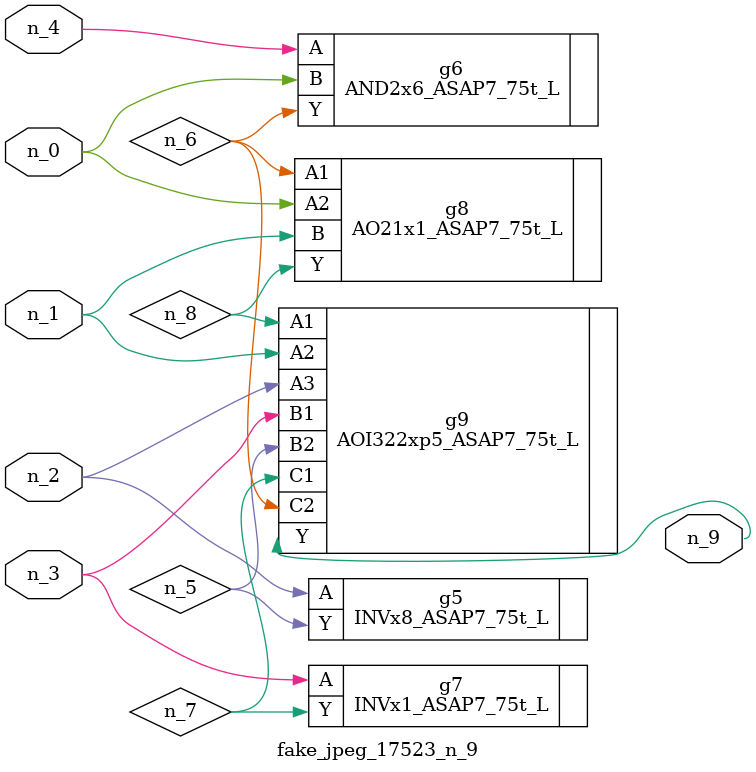
<source format=v>
module fake_jpeg_17523_n_9 (n_3, n_2, n_1, n_0, n_4, n_9);

input n_3;
input n_2;
input n_1;
input n_0;
input n_4;

output n_9;

wire n_8;
wire n_6;
wire n_5;
wire n_7;

INVx8_ASAP7_75t_L g5 ( 
.A(n_2),
.Y(n_5)
);

AND2x6_ASAP7_75t_L g6 ( 
.A(n_4),
.B(n_0),
.Y(n_6)
);

INVx1_ASAP7_75t_L g7 ( 
.A(n_3),
.Y(n_7)
);

AO21x1_ASAP7_75t_L g8 ( 
.A1(n_6),
.A2(n_0),
.B(n_1),
.Y(n_8)
);

AOI322xp5_ASAP7_75t_L g9 ( 
.A1(n_8),
.A2(n_1),
.A3(n_2),
.B1(n_3),
.B2(n_5),
.C1(n_7),
.C2(n_6),
.Y(n_9)
);


endmodule
</source>
